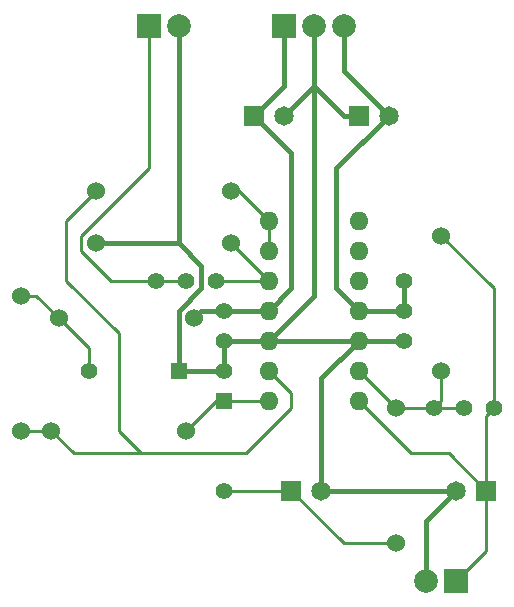
<source format=gbl>
G04 #@! TF.FileFunction,Copper,L2,Bot,Signal*
%FSLAX46Y46*%
G04 Gerber Fmt 4.6, Leading zero omitted, Abs format (unit mm)*
G04 Created by KiCad (PCBNEW 4.0.1-stable) date 7/15/2016 10:46:23 PM*
%MOMM*%
G01*
G04 APERTURE LIST*
%ADD10C,0.100000*%
%ADD11C,1.397000*%
%ADD12R,1.651000X1.651000*%
%ADD13C,1.651000*%
%ADD14R,1.422400X1.422400*%
%ADD15C,1.422400*%
%ADD16R,2.000000X2.000000*%
%ADD17C,2.000000*%
%ADD18C,1.524000*%
%ADD19O,1.600000X1.600000*%
%ADD20C,0.260000*%
%ADD21C,0.410000*%
G04 APERTURE END LIST*
D10*
D11*
X158115000Y-102870000D03*
X153035000Y-102870000D03*
X155575000Y-102870000D03*
D12*
X164465000Y-120650000D03*
D13*
X167005000Y-120650000D03*
D11*
X181610000Y-113665000D03*
X176530000Y-113665000D03*
X179070000Y-113665000D03*
D12*
X180975000Y-120650000D03*
D13*
X178435000Y-120650000D03*
D12*
X161290000Y-88900000D03*
D13*
X163830000Y-88900000D03*
D12*
X170180000Y-88900000D03*
D13*
X172720000Y-88900000D03*
D11*
X158750000Y-105410000D03*
X158750000Y-110490000D03*
X158750000Y-107950000D03*
X173990000Y-107950000D03*
X173990000Y-102870000D03*
X173990000Y-105410000D03*
D14*
X154940000Y-110490000D03*
D15*
X147320000Y-110490000D03*
D14*
X158750000Y-113030000D03*
D15*
X158750000Y-120650000D03*
D16*
X163830000Y-81280000D03*
D17*
X166370000Y-81280000D03*
X168910000Y-81280000D03*
D18*
X159385000Y-99695000D03*
X147955000Y-99695000D03*
X156210000Y-106045000D03*
X144780000Y-106045000D03*
X141605000Y-104140000D03*
X141605000Y-115570000D03*
X159385000Y-95250000D03*
X147955000Y-95250000D03*
X144145000Y-115570000D03*
X155575000Y-115570000D03*
X173355000Y-125095000D03*
X173355000Y-113665000D03*
X177165000Y-110490000D03*
X177165000Y-99060000D03*
D16*
X152400000Y-81280000D03*
D17*
X154940000Y-81280000D03*
D19*
X162560000Y-97790000D03*
X162560000Y-100330000D03*
X162560000Y-102870000D03*
X162560000Y-105410000D03*
X162560000Y-107950000D03*
X162560000Y-110490000D03*
X162560000Y-113030000D03*
X170180000Y-113030000D03*
X170180000Y-110490000D03*
X170180000Y-107950000D03*
X170180000Y-105410000D03*
X170180000Y-102870000D03*
X170180000Y-100330000D03*
X170180000Y-97790000D03*
D16*
X178435000Y-128270000D03*
D17*
X175895000Y-128270000D03*
D20*
X159385000Y-99695000D02*
X162560000Y-102870000D01*
X158115000Y-102870000D02*
X162560000Y-102870000D01*
X152400000Y-81280000D02*
X152400000Y-93345000D01*
X149225000Y-102870000D02*
X153035000Y-102870000D01*
X146685000Y-100330000D02*
X149225000Y-102870000D01*
X146685000Y-99060000D02*
X146685000Y-100330000D01*
X152400000Y-93345000D02*
X146685000Y-99060000D01*
X155575000Y-102870000D02*
X153035000Y-102870000D01*
X158750000Y-120650000D02*
X164465000Y-120650000D01*
X164465000Y-120650000D02*
X168910000Y-125095000D01*
X168910000Y-125095000D02*
X173355000Y-125095000D01*
D21*
X154940000Y-81280000D02*
X154940000Y-99695000D01*
X147955000Y-99695000D02*
X154940000Y-99695000D01*
X154940000Y-105410000D02*
X154940000Y-110490000D01*
X156845000Y-103505000D02*
X154940000Y-105410000D01*
X156845000Y-101600000D02*
X156845000Y-103505000D01*
X154940000Y-99695000D02*
X156845000Y-101600000D01*
X162560000Y-107950000D02*
X166370000Y-104140000D01*
X166370000Y-104140000D02*
X166370000Y-86360000D01*
X158750000Y-110490000D02*
X158750000Y-107950000D01*
X162560000Y-107950000D02*
X170180000Y-107950000D01*
X178435000Y-120650000D02*
X175895000Y-123190000D01*
X175895000Y-123190000D02*
X175895000Y-128270000D01*
X167005000Y-120650000D02*
X167005000Y-111125000D01*
X167005000Y-111125000D02*
X170180000Y-107950000D01*
X178435000Y-120650000D02*
X167005000Y-120650000D01*
X154940000Y-109855000D02*
X154940000Y-110490000D01*
X154940000Y-110490000D02*
X158750000Y-110490000D01*
X170180000Y-107950000D02*
X158750000Y-107950000D01*
X173990000Y-107950000D02*
X170180000Y-107950000D01*
X170180000Y-88900000D02*
X168910000Y-88900000D01*
X168910000Y-88900000D02*
X166370000Y-86360000D01*
X166370000Y-81280000D02*
X166370000Y-86360000D01*
X166370000Y-86360000D02*
X163830000Y-88900000D01*
D20*
X181610000Y-113665000D02*
X180975000Y-114300000D01*
X180975000Y-114300000D02*
X180975000Y-120650000D01*
X177165000Y-99060000D02*
X181610000Y-103505000D01*
X181610000Y-103505000D02*
X181610000Y-113665000D01*
X170180000Y-113030000D02*
X174625000Y-117475000D01*
X174625000Y-117475000D02*
X177800000Y-117475000D01*
X177800000Y-117475000D02*
X180975000Y-120650000D01*
X178435000Y-128270000D02*
X180975000Y-125730000D01*
X180975000Y-125730000D02*
X180975000Y-120650000D01*
X177165000Y-110490000D02*
X177165000Y-113030000D01*
X177165000Y-113030000D02*
X176530000Y-113665000D01*
X170180000Y-110490000D02*
X173355000Y-113665000D01*
X173355000Y-113665000D02*
X176530000Y-113665000D01*
X179070000Y-113665000D02*
X173355000Y-113665000D01*
D21*
X158750000Y-105410000D02*
X162560000Y-105410000D01*
X156210000Y-106045000D02*
X156845000Y-105410000D01*
X156845000Y-105410000D02*
X162560000Y-105410000D01*
X161290000Y-88900000D02*
X164465000Y-92075000D01*
X164465000Y-103505000D02*
X162560000Y-105410000D01*
X164465000Y-92075000D02*
X164465000Y-103505000D01*
X163830000Y-81280000D02*
X163830000Y-86360000D01*
X163830000Y-86360000D02*
X161290000Y-88900000D01*
X173990000Y-105410000D02*
X173990000Y-102870000D01*
X170180000Y-105410000D02*
X173990000Y-105410000D01*
X172720000Y-88900000D02*
X168275000Y-93345000D01*
X168275000Y-103505000D02*
X170180000Y-105410000D01*
X168275000Y-93345000D02*
X168275000Y-103505000D01*
X168910000Y-81280000D02*
X168910000Y-85090000D01*
X168910000Y-85090000D02*
X172720000Y-88900000D01*
D20*
X144780000Y-106045000D02*
X147320000Y-108585000D01*
X147320000Y-108585000D02*
X147320000Y-110490000D01*
X141605000Y-104140000D02*
X142875000Y-104140000D01*
X142875000Y-104140000D02*
X144780000Y-106045000D01*
X155575000Y-115570000D02*
X158115000Y-113030000D01*
X158115000Y-113030000D02*
X162560000Y-113030000D01*
X147955000Y-95250000D02*
X145415000Y-97790000D01*
X149860000Y-115570000D02*
X151765000Y-117475000D01*
X149860000Y-107315000D02*
X149860000Y-115570000D01*
X145415000Y-102870000D02*
X149860000Y-107315000D01*
X145415000Y-97790000D02*
X145415000Y-102870000D01*
X162560000Y-110490000D02*
X164465000Y-112395000D01*
X146050000Y-117475000D02*
X144145000Y-115570000D01*
X160655000Y-117475000D02*
X151765000Y-117475000D01*
X151765000Y-117475000D02*
X146050000Y-117475000D01*
X164465000Y-113665000D02*
X160655000Y-117475000D01*
X164465000Y-112395000D02*
X164465000Y-113665000D01*
X144145000Y-115570000D02*
X141605000Y-115570000D01*
X159385000Y-95250000D02*
X160020000Y-95250000D01*
X160020000Y-95250000D02*
X162560000Y-97790000D01*
X162560000Y-97790000D02*
X162560000Y-100330000D01*
M02*

</source>
